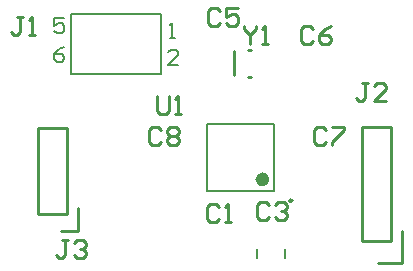
<source format=gto>
G04*
G04 #@! TF.GenerationSoftware,Altium Limited,Altium Designer,20.0.11 (256)*
G04*
G04 Layer_Color=65535*
%FSLAX43Y43*%
%MOMM*%
G71*
G01*
G75*
%ADD10C,0.250*%
%ADD11C,0.600*%
%ADD12C,0.200*%
%ADD13C,0.254*%
%ADD14C,0.203*%
D10*
X26708Y8542D02*
G03*
X26708Y8542I-125J0D01*
G01*
D11*
X24483Y10342D02*
G03*
X24483Y10342I-300J0D01*
G01*
D12*
X7963Y24384D02*
X12831D01*
X7963D02*
X15583D01*
X7963Y19304D02*
X15583D01*
Y24384D01*
X7963Y19304D02*
Y24384D01*
X25183Y9342D02*
Y15042D01*
X19483Y9342D02*
Y15042D01*
Y9342D02*
X25183D01*
X19483Y15042D02*
X25183D01*
X26092Y3664D02*
Y4464D01*
X23692Y3664D02*
Y4464D01*
D13*
X22994Y21336D02*
X23241D01*
X22994Y19050D02*
X23241D01*
X21814Y19177D02*
Y21209D01*
X7160Y5936D02*
X8540D01*
Y7946D01*
X5207Y7453D02*
X7620D01*
Y11009D02*
Y14692D01*
X5207D02*
X7620D01*
X5207Y7453D02*
Y14692D01*
X7620Y7453D02*
Y11009D01*
X33982Y3263D02*
X35982D01*
Y4313D02*
Y5413D01*
X35052Y5127D02*
Y11096D01*
X32639Y5127D02*
X35052D01*
X32639D02*
Y14779D01*
X35052D01*
Y11096D02*
Y14779D01*
X35982Y5413D02*
Y5963D01*
Y3263D02*
Y4313D01*
X22606Y23368D02*
Y23114D01*
X23114Y22606D01*
X23622Y23114D01*
Y23368D01*
X23114Y22606D02*
Y21844D01*
X24130D02*
X24638D01*
X24384D01*
Y23368D01*
X24130Y23114D01*
X15240Y17399D02*
Y16129D01*
X15494Y15875D01*
X16002D01*
X16256Y16129D01*
Y17399D01*
X16764Y15875D02*
X17272D01*
X17018D01*
Y17399D01*
X16764Y17145D01*
X7747Y5207D02*
X7239D01*
X7493D01*
Y3937D01*
X7239Y3683D01*
X6985D01*
X6731Y3937D01*
X8255Y4953D02*
X8509Y5207D01*
X9017D01*
X9271Y4953D01*
Y4699D01*
X9017Y4445D01*
X8763D01*
X9017D01*
X9271Y4191D01*
Y3937D01*
X9017Y3683D01*
X8509D01*
X8255Y3937D01*
X33147Y18487D02*
X32639D01*
X32893D01*
Y17217D01*
X32639Y16963D01*
X32385D01*
X32131Y17217D01*
X34670Y16963D02*
X33655D01*
X34670Y17979D01*
Y18233D01*
X34416Y18487D01*
X33908D01*
X33655Y18233D01*
X3937Y24130D02*
X3429D01*
X3683D01*
Y22860D01*
X3429Y22606D01*
X3175D01*
X2921Y22860D01*
X4445Y22606D02*
X4953D01*
X4699D01*
Y24130D01*
X4445Y23876D01*
X15582Y14554D02*
X15328Y14808D01*
X14820D01*
X14566Y14554D01*
Y13538D01*
X14820Y13284D01*
X15328D01*
X15582Y13538D01*
X16090Y14554D02*
X16344Y14808D01*
X16852D01*
X17106Y14554D01*
Y14300D01*
X16852Y14046D01*
X17106Y13792D01*
Y13538D01*
X16852Y13284D01*
X16344D01*
X16090Y13538D01*
Y13792D01*
X16344Y14046D01*
X16090Y14300D01*
Y14554D01*
X16344Y14046D02*
X16852D01*
X29591Y14554D02*
X29337Y14808D01*
X28829D01*
X28575Y14554D01*
Y13538D01*
X28829Y13284D01*
X29337D01*
X29591Y13538D01*
X30099Y14808D02*
X31114D01*
Y14554D01*
X30099Y13538D01*
Y13284D01*
X28448Y23114D02*
X28194Y23368D01*
X27686D01*
X27432Y23114D01*
Y22098D01*
X27686Y21844D01*
X28194D01*
X28448Y22098D01*
X29972Y23368D02*
X29464Y23114D01*
X28956Y22606D01*
Y22098D01*
X29210Y21844D01*
X29718D01*
X29972Y22098D01*
Y22352D01*
X29718Y22606D01*
X28956D01*
X20567Y24587D02*
X20313Y24841D01*
X19805D01*
X19551Y24587D01*
Y23571D01*
X19805Y23317D01*
X20313D01*
X20567Y23571D01*
X22090Y24841D02*
X21075D01*
Y24079D01*
X21582Y24333D01*
X21836D01*
X22090Y24079D01*
Y23571D01*
X21836Y23317D01*
X21328D01*
X21075Y23571D01*
X24714Y8153D02*
X24460Y8407D01*
X23952D01*
X23698Y8153D01*
Y7137D01*
X23952Y6883D01*
X24460D01*
X24714Y7137D01*
X25222Y8153D02*
X25476Y8407D01*
X25983D01*
X26237Y8153D01*
Y7899D01*
X25983Y7645D01*
X25730D01*
X25983D01*
X26237Y7391D01*
Y7137D01*
X25983Y6883D01*
X25476D01*
X25222Y7137D01*
X20510Y8013D02*
X20256Y8267D01*
X19748D01*
X19494Y8013D01*
Y6998D01*
X19748Y6744D01*
X20256D01*
X20510Y6998D01*
X21018Y6744D02*
X21526D01*
X21272D01*
Y8267D01*
X21018Y8013D01*
D14*
X16345Y22352D02*
X16768D01*
X16557D01*
Y23622D01*
X16345Y23410D01*
X17064Y20066D02*
X16218D01*
X17064Y20912D01*
Y21124D01*
X16853Y21336D01*
X16430D01*
X16218Y21124D01*
X7412Y24003D02*
X6566D01*
Y23368D01*
X6989Y23579D01*
X7201D01*
X7412Y23368D01*
Y22945D01*
X7201Y22733D01*
X6778D01*
X6566Y22945D01*
X7412Y21590D02*
X6989Y21378D01*
X6566Y20955D01*
Y20532D01*
X6778Y20320D01*
X7201D01*
X7412Y20532D01*
Y20743D01*
X7201Y20955D01*
X6566D01*
M02*

</source>
